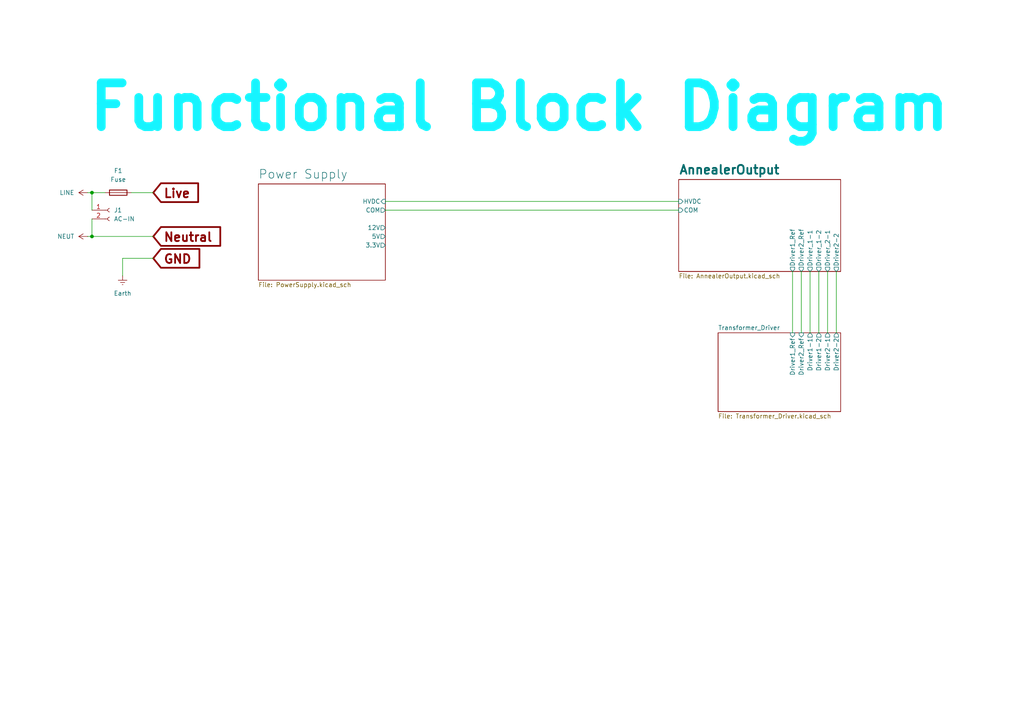
<source format=kicad_sch>
(kicad_sch
	(version 20231120)
	(generator "eeschema")
	(generator_version "8.0")
	(uuid "2e5eefbb-8035-4d3b-93bb-12eb9b3ca2e0")
	(paper "A4")
	(title_block
		(title "Terek_Favour")
		(rev "Alpha")
		(company "CoffeeBreakDesigns")
	)
	(lib_symbols
		(symbol "Connector:Conn_01x02_Socket"
			(pin_names
				(offset 1.016) hide)
			(exclude_from_sim no)
			(in_bom yes)
			(on_board yes)
			(property "Reference" "J"
				(at 0 2.54 0)
				(effects
					(font
						(size 1.27 1.27)
					)
				)
			)
			(property "Value" "Conn_01x02_Socket"
				(at 0 -5.08 0)
				(effects
					(font
						(size 1.27 1.27)
					)
				)
			)
			(property "Footprint" ""
				(at 0 0 0)
				(effects
					(font
						(size 1.27 1.27)
					)
					(hide yes)
				)
			)
			(property "Datasheet" "~"
				(at 0 0 0)
				(effects
					(font
						(size 1.27 1.27)
					)
					(hide yes)
				)
			)
			(property "Description" "Generic connector, single row, 01x02, script generated"
				(at 0 0 0)
				(effects
					(font
						(size 1.27 1.27)
					)
					(hide yes)
				)
			)
			(property "ki_locked" ""
				(at 0 0 0)
				(effects
					(font
						(size 1.27 1.27)
					)
				)
			)
			(property "ki_keywords" "connector"
				(at 0 0 0)
				(effects
					(font
						(size 1.27 1.27)
					)
					(hide yes)
				)
			)
			(property "ki_fp_filters" "Connector*:*_1x??_*"
				(at 0 0 0)
				(effects
					(font
						(size 1.27 1.27)
					)
					(hide yes)
				)
			)
			(symbol "Conn_01x02_Socket_1_1"
				(arc
					(start 0 -2.032)
					(mid -0.5058 -2.54)
					(end 0 -3.048)
					(stroke
						(width 0.1524)
						(type default)
					)
					(fill
						(type none)
					)
				)
				(polyline
					(pts
						(xy -1.27 -2.54) (xy -0.508 -2.54)
					)
					(stroke
						(width 0.1524)
						(type default)
					)
					(fill
						(type none)
					)
				)
				(polyline
					(pts
						(xy -1.27 0) (xy -0.508 0)
					)
					(stroke
						(width 0.1524)
						(type default)
					)
					(fill
						(type none)
					)
				)
				(arc
					(start 0 0.508)
					(mid -0.5058 0)
					(end 0 -0.508)
					(stroke
						(width 0.1524)
						(type default)
					)
					(fill
						(type none)
					)
				)
				(pin passive line
					(at -5.08 0 0)
					(length 3.81)
					(name "Pin_1"
						(effects
							(font
								(size 1.27 1.27)
							)
						)
					)
					(number "1"
						(effects
							(font
								(size 1.27 1.27)
							)
						)
					)
				)
				(pin passive line
					(at -5.08 -2.54 0)
					(length 3.81)
					(name "Pin_2"
						(effects
							(font
								(size 1.27 1.27)
							)
						)
					)
					(number "2"
						(effects
							(font
								(size 1.27 1.27)
							)
						)
					)
				)
			)
		)
		(symbol "Device:Fuse"
			(pin_numbers hide)
			(pin_names
				(offset 0)
			)
			(exclude_from_sim no)
			(in_bom yes)
			(on_board yes)
			(property "Reference" "F"
				(at 2.032 0 90)
				(effects
					(font
						(size 1.27 1.27)
					)
				)
			)
			(property "Value" "Fuse"
				(at -1.905 0 90)
				(effects
					(font
						(size 1.27 1.27)
					)
				)
			)
			(property "Footprint" ""
				(at -1.778 0 90)
				(effects
					(font
						(size 1.27 1.27)
					)
					(hide yes)
				)
			)
			(property "Datasheet" "~"
				(at 0 0 0)
				(effects
					(font
						(size 1.27 1.27)
					)
					(hide yes)
				)
			)
			(property "Description" "Fuse"
				(at 0 0 0)
				(effects
					(font
						(size 1.27 1.27)
					)
					(hide yes)
				)
			)
			(property "ki_keywords" "fuse"
				(at 0 0 0)
				(effects
					(font
						(size 1.27 1.27)
					)
					(hide yes)
				)
			)
			(property "ki_fp_filters" "*Fuse*"
				(at 0 0 0)
				(effects
					(font
						(size 1.27 1.27)
					)
					(hide yes)
				)
			)
			(symbol "Fuse_0_1"
				(rectangle
					(start -0.762 -2.54)
					(end 0.762 2.54)
					(stroke
						(width 0.254)
						(type default)
					)
					(fill
						(type none)
					)
				)
				(polyline
					(pts
						(xy 0 2.54) (xy 0 -2.54)
					)
					(stroke
						(width 0)
						(type default)
					)
					(fill
						(type none)
					)
				)
			)
			(symbol "Fuse_1_1"
				(pin passive line
					(at 0 3.81 270)
					(length 1.27)
					(name "~"
						(effects
							(font
								(size 1.27 1.27)
							)
						)
					)
					(number "1"
						(effects
							(font
								(size 1.27 1.27)
							)
						)
					)
				)
				(pin passive line
					(at 0 -3.81 90)
					(length 1.27)
					(name "~"
						(effects
							(font
								(size 1.27 1.27)
							)
						)
					)
					(number "2"
						(effects
							(font
								(size 1.27 1.27)
							)
						)
					)
				)
			)
		)
		(symbol "power:Earth"
			(power)
			(pin_numbers hide)
			(pin_names
				(offset 0) hide)
			(exclude_from_sim no)
			(in_bom yes)
			(on_board yes)
			(property "Reference" "#PWR"
				(at 0 -6.35 0)
				(effects
					(font
						(size 1.27 1.27)
					)
					(hide yes)
				)
			)
			(property "Value" "Earth"
				(at 0 -3.81 0)
				(effects
					(font
						(size 1.27 1.27)
					)
				)
			)
			(property "Footprint" ""
				(at 0 0 0)
				(effects
					(font
						(size 1.27 1.27)
					)
					(hide yes)
				)
			)
			(property "Datasheet" "~"
				(at 0 0 0)
				(effects
					(font
						(size 1.27 1.27)
					)
					(hide yes)
				)
			)
			(property "Description" "Power symbol creates a global label with name \"Earth\""
				(at 0 0 0)
				(effects
					(font
						(size 1.27 1.27)
					)
					(hide yes)
				)
			)
			(property "ki_keywords" "global ground gnd"
				(at 0 0 0)
				(effects
					(font
						(size 1.27 1.27)
					)
					(hide yes)
				)
			)
			(symbol "Earth_0_1"
				(polyline
					(pts
						(xy -0.635 -1.905) (xy 0.635 -1.905)
					)
					(stroke
						(width 0)
						(type default)
					)
					(fill
						(type none)
					)
				)
				(polyline
					(pts
						(xy -0.127 -2.54) (xy 0.127 -2.54)
					)
					(stroke
						(width 0)
						(type default)
					)
					(fill
						(type none)
					)
				)
				(polyline
					(pts
						(xy 0 -1.27) (xy 0 0)
					)
					(stroke
						(width 0)
						(type default)
					)
					(fill
						(type none)
					)
				)
				(polyline
					(pts
						(xy 1.27 -1.27) (xy -1.27 -1.27)
					)
					(stroke
						(width 0)
						(type default)
					)
					(fill
						(type none)
					)
				)
			)
			(symbol "Earth_1_1"
				(pin power_in line
					(at 0 0 270)
					(length 0)
					(name "~"
						(effects
							(font
								(size 1.27 1.27)
							)
						)
					)
					(number "1"
						(effects
							(font
								(size 1.27 1.27)
							)
						)
					)
				)
			)
		)
		(symbol "power:LINE"
			(power)
			(pin_numbers hide)
			(pin_names
				(offset 0) hide)
			(exclude_from_sim no)
			(in_bom yes)
			(on_board yes)
			(property "Reference" "#PWR"
				(at 0 -3.81 0)
				(effects
					(font
						(size 1.27 1.27)
					)
					(hide yes)
				)
			)
			(property "Value" "LINE"
				(at 0 3.556 0)
				(effects
					(font
						(size 1.27 1.27)
					)
				)
			)
			(property "Footprint" ""
				(at 0 0 0)
				(effects
					(font
						(size 1.27 1.27)
					)
					(hide yes)
				)
			)
			(property "Datasheet" ""
				(at 0 0 0)
				(effects
					(font
						(size 1.27 1.27)
					)
					(hide yes)
				)
			)
			(property "Description" "Power symbol creates a global label with name \"LINE\""
				(at 0 0 0)
				(effects
					(font
						(size 1.27 1.27)
					)
					(hide yes)
				)
			)
			(property "ki_keywords" "global power"
				(at 0 0 0)
				(effects
					(font
						(size 1.27 1.27)
					)
					(hide yes)
				)
			)
			(symbol "LINE_0_1"
				(polyline
					(pts
						(xy -0.762 1.27) (xy 0 2.54)
					)
					(stroke
						(width 0)
						(type default)
					)
					(fill
						(type none)
					)
				)
				(polyline
					(pts
						(xy 0 0) (xy 0 2.54)
					)
					(stroke
						(width 0)
						(type default)
					)
					(fill
						(type none)
					)
				)
				(polyline
					(pts
						(xy 0 2.54) (xy 0.762 1.27)
					)
					(stroke
						(width 0)
						(type default)
					)
					(fill
						(type none)
					)
				)
			)
			(symbol "LINE_1_1"
				(pin power_in line
					(at 0 0 90)
					(length 0)
					(name "~"
						(effects
							(font
								(size 1.27 1.27)
							)
						)
					)
					(number "1"
						(effects
							(font
								(size 1.27 1.27)
							)
						)
					)
				)
			)
		)
		(symbol "power:NEUT"
			(power)
			(pin_numbers hide)
			(pin_names
				(offset 0) hide)
			(exclude_from_sim no)
			(in_bom yes)
			(on_board yes)
			(property "Reference" "#PWR"
				(at 0 -3.81 0)
				(effects
					(font
						(size 1.27 1.27)
					)
					(hide yes)
				)
			)
			(property "Value" "NEUT"
				(at 0 3.556 0)
				(effects
					(font
						(size 1.27 1.27)
					)
				)
			)
			(property "Footprint" ""
				(at 0 0 0)
				(effects
					(font
						(size 1.27 1.27)
					)
					(hide yes)
				)
			)
			(property "Datasheet" ""
				(at 0 0 0)
				(effects
					(font
						(size 1.27 1.27)
					)
					(hide yes)
				)
			)
			(property "Description" "Power symbol creates a global label with name \"NEUT\""
				(at 0 0 0)
				(effects
					(font
						(size 1.27 1.27)
					)
					(hide yes)
				)
			)
			(property "ki_keywords" "global power"
				(at 0 0 0)
				(effects
					(font
						(size 1.27 1.27)
					)
					(hide yes)
				)
			)
			(symbol "NEUT_0_1"
				(polyline
					(pts
						(xy -0.762 1.27) (xy 0 2.54)
					)
					(stroke
						(width 0)
						(type default)
					)
					(fill
						(type none)
					)
				)
				(polyline
					(pts
						(xy 0 0) (xy 0 2.54)
					)
					(stroke
						(width 0)
						(type default)
					)
					(fill
						(type none)
					)
				)
				(polyline
					(pts
						(xy 0 2.54) (xy 0.762 1.27)
					)
					(stroke
						(width 0)
						(type default)
					)
					(fill
						(type none)
					)
				)
			)
			(symbol "NEUT_1_1"
				(pin power_in line
					(at 0 0 90)
					(length 0)
					(name "~"
						(effects
							(font
								(size 1.27 1.27)
							)
						)
					)
					(number "1"
						(effects
							(font
								(size 1.27 1.27)
							)
						)
					)
				)
			)
		)
	)
	(junction
		(at 26.67 55.88)
		(diameter 0)
		(color 0 0 0 0)
		(uuid "13fcd2e9-ec7e-47ef-97d1-db5a9f5848b5")
	)
	(junction
		(at 26.67 68.58)
		(diameter 0)
		(color 0 0 0 0)
		(uuid "4db0fe87-3a18-4351-8ea0-7c06e306babe")
	)
	(wire
		(pts
			(xy 25.4 68.58) (xy 26.67 68.58)
		)
		(stroke
			(width 0)
			(type default)
		)
		(uuid "080b817e-1864-4628-a143-1f099ceef8ac")
	)
	(wire
		(pts
			(xy 237.49 78.74) (xy 237.49 96.52)
		)
		(stroke
			(width 0)
			(type default)
		)
		(uuid "11152391-f3ab-40b7-b6c1-5bb70973f6a2")
	)
	(wire
		(pts
			(xy 26.67 55.88) (xy 26.67 60.96)
		)
		(stroke
			(width 0)
			(type default)
		)
		(uuid "3342cb1e-2f74-43f0-a2de-d2afd70306dd")
	)
	(wire
		(pts
			(xy 229.87 78.74) (xy 229.87 96.52)
		)
		(stroke
			(width 0)
			(type default)
		)
		(uuid "4e4de454-d1c4-49ce-b687-292c0efa87fa")
	)
	(wire
		(pts
			(xy 26.67 55.88) (xy 30.48 55.88)
		)
		(stroke
			(width 0)
			(type default)
		)
		(uuid "4ff19117-bd22-4277-82b8-fd158f2f0a5f")
	)
	(wire
		(pts
			(xy 38.1 55.88) (xy 44.45 55.88)
		)
		(stroke
			(width 0)
			(type default)
		)
		(uuid "5f5d0a95-ed77-48ad-ab2e-82ffaa0c9c52")
	)
	(wire
		(pts
			(xy 111.76 58.42) (xy 196.85 58.42)
		)
		(stroke
			(width 0)
			(type default)
		)
		(uuid "5fcd7b50-78e3-4c60-b0a8-79bfca8335bc")
	)
	(wire
		(pts
			(xy 232.41 78.74) (xy 232.41 96.52)
		)
		(stroke
			(width 0)
			(type default)
		)
		(uuid "70d529b6-4d59-489a-9f14-398d69766e6a")
	)
	(wire
		(pts
			(xy 234.95 78.74) (xy 234.95 96.52)
		)
		(stroke
			(width 0)
			(type default)
		)
		(uuid "92811ee9-a313-435a-a34f-ab08a80cfdba")
	)
	(wire
		(pts
			(xy 35.56 74.93) (xy 35.56 80.01)
		)
		(stroke
			(width 0)
			(type default)
		)
		(uuid "9751816f-f9e2-4a9d-92d0-c72da0c4be99")
	)
	(wire
		(pts
			(xy 44.45 74.93) (xy 35.56 74.93)
		)
		(stroke
			(width 0)
			(type default)
		)
		(uuid "a85623bc-9bff-4d89-bcb6-03c42317e2e3")
	)
	(wire
		(pts
			(xy 25.4 55.88) (xy 26.67 55.88)
		)
		(stroke
			(width 0)
			(type default)
		)
		(uuid "c19a0cba-7aad-41d7-af02-17a121c0e07f")
	)
	(wire
		(pts
			(xy 242.57 78.74) (xy 242.57 96.52)
		)
		(stroke
			(width 0)
			(type default)
		)
		(uuid "d117d220-a154-46d1-a150-ac0b51634a10")
	)
	(wire
		(pts
			(xy 111.76 60.96) (xy 196.85 60.96)
		)
		(stroke
			(width 0)
			(type default)
		)
		(uuid "d7424fd4-9ed5-4836-8c1f-44bd6b7a9caf")
	)
	(wire
		(pts
			(xy 26.67 68.58) (xy 44.45 68.58)
		)
		(stroke
			(width 0)
			(type default)
		)
		(uuid "e2ce2f3b-ae28-4ccb-8299-404acc71a402")
	)
	(wire
		(pts
			(xy 26.67 63.5) (xy 26.67 68.58)
		)
		(stroke
			(width 0)
			(type default)
		)
		(uuid "f882fc53-381e-41e2-be13-ba72d40c536f")
	)
	(wire
		(pts
			(xy 240.03 78.74) (xy 240.03 96.52)
		)
		(stroke
			(width 0)
			(type default)
		)
		(uuid "fe8ad7d7-ac32-4ea8-b6b1-be0f02bfa0ee")
	)
	(text "Functional Block Diagram"
		(exclude_from_sim no)
		(at 150.622 31.242 0)
		(effects
			(font
				(size 12.7 12.7)
				(thickness 2.54)
				(bold yes)
				(color 22 244 255 1)
			)
		)
		(uuid "5659723e-1f8b-4626-b245-504c10ecb928")
	)
	(global_label "GND"
		(shape input)
		(at 44.45 74.93 0)
		(fields_autoplaced yes)
		(effects
			(font
				(size 2.54 2.54)
				(thickness 0.508)
				(bold yes)
			)
			(justify left)
		)
		(uuid "4dd0d8aa-c4f2-450b-95c3-38368d87b9ac")
		(property "Intersheetrefs" "${INTERSHEET_REFS}"
			(at 59.1128 74.93 0)
			(effects
				(font
					(size 1.27 1.27)
				)
				(justify left)
				(hide yes)
			)
		)
	)
	(global_label "Live"
		(shape input)
		(at 44.45 55.88 0)
		(fields_autoplaced yes)
		(effects
			(font
				(size 2.54 2.54)
				(thickness 0.508)
				(bold yes)
			)
			(justify left)
		)
		(uuid "699aa21b-8444-42cc-93ac-019c86b0cc69")
		(property "Intersheetrefs" "${INTERSHEET_REFS}"
			(at 58.7498 55.88 0)
			(effects
				(font
					(size 1.27 1.27)
				)
				(justify left)
				(hide yes)
			)
		)
	)
	(global_label "Neutral"
		(shape input)
		(at 44.45 68.58 0)
		(fields_autoplaced yes)
		(effects
			(font
				(size 2.54 2.54)
				(thickness 0.508)
				(bold yes)
			)
			(justify left)
		)
		(uuid "8703ef6f-724c-4c66-ac7f-49b4c1cee939")
		(property "Intersheetrefs" "${INTERSHEET_REFS}"
			(at 65.1604 68.58 0)
			(effects
				(font
					(size 1.27 1.27)
				)
				(justify left)
				(hide yes)
			)
		)
	)
	(symbol
		(lib_id "Device:Fuse")
		(at 34.29 55.88 90)
		(unit 1)
		(exclude_from_sim no)
		(in_bom yes)
		(on_board yes)
		(dnp no)
		(fields_autoplaced yes)
		(uuid "17edd79d-1106-4bb5-ba38-824dd0b03f8c")
		(property "Reference" "F1"
			(at 34.29 49.53 90)
			(effects
				(font
					(size 1.27 1.27)
				)
			)
		)
		(property "Value" "Fuse"
			(at 34.29 52.07 90)
			(effects
				(font
					(size 1.27 1.27)
				)
			)
		)
		(property "Footprint" "Fuse:Fuseholder_Clip-5x20mm_Bel_FC-203-22_Lateral_P17.80x5.00mm_D1.17mm_Horizontal"
			(at 34.29 57.658 90)
			(effects
				(font
					(size 1.27 1.27)
				)
				(hide yes)
			)
		)
		(property "Datasheet" "~"
			(at 34.29 55.88 0)
			(effects
				(font
					(size 1.27 1.27)
				)
				(hide yes)
			)
		)
		(property "Description" "Fuse"
			(at 34.29 55.88 0)
			(effects
				(font
					(size 1.27 1.27)
				)
				(hide yes)
			)
		)
		(pin "1"
			(uuid "cc8db2c1-5c71-45f1-b33f-a800a3480e39")
		)
		(pin "2"
			(uuid "dd786ee5-3ad1-4929-baa8-491ae0398cb4")
		)
		(instances
			(project ""
				(path "/2e5eefbb-8035-4d3b-93bb-12eb9b3ca2e0"
					(reference "F1")
					(unit 1)
				)
			)
		)
	)
	(symbol
		(lib_id "Connector:Conn_01x02_Socket")
		(at 31.75 60.96 0)
		(unit 1)
		(exclude_from_sim no)
		(in_bom yes)
		(on_board yes)
		(dnp no)
		(fields_autoplaced yes)
		(uuid "240e2047-aab3-4cf6-9650-0112e755ff2c")
		(property "Reference" "J1"
			(at 33.02 60.9599 0)
			(effects
				(font
					(size 1.27 1.27)
				)
				(justify left)
			)
		)
		(property "Value" "AC-IN"
			(at 33.02 63.4999 0)
			(effects
				(font
					(size 1.27 1.27)
				)
				(justify left)
			)
		)
		(property "Footprint" "Connector_Molex:Molex_Mega-Fit_76829-0002_2x01_P5.70mm_Vertical"
			(at 31.75 60.96 0)
			(effects
				(font
					(size 1.27 1.27)
				)
				(hide yes)
			)
		)
		(property "Datasheet" "~"
			(at 31.75 60.96 0)
			(effects
				(font
					(size 1.27 1.27)
				)
				(hide yes)
			)
		)
		(property "Description" "Generic connector, single row, 01x02, script generated"
			(at 31.75 60.96 0)
			(effects
				(font
					(size 1.27 1.27)
				)
				(hide yes)
			)
		)
		(pin "2"
			(uuid "18d3cd63-d17d-469b-970f-cfdc17ba7f69")
		)
		(pin "1"
			(uuid "285651d6-ee98-4dc8-8763-21ae16a841b8")
		)
		(instances
			(project ""
				(path "/2e5eefbb-8035-4d3b-93bb-12eb9b3ca2e0"
					(reference "J1")
					(unit 1)
				)
			)
		)
	)
	(symbol
		(lib_id "power:LINE")
		(at 25.4 55.88 90)
		(unit 1)
		(exclude_from_sim no)
		(in_bom yes)
		(on_board yes)
		(dnp no)
		(fields_autoplaced yes)
		(uuid "4f04baf5-6884-4717-8a10-a88973922336")
		(property "Reference" "#PWR01"
			(at 29.21 55.88 0)
			(effects
				(font
					(size 1.27 1.27)
				)
				(hide yes)
			)
		)
		(property "Value" "LINE"
			(at 21.59 55.8799 90)
			(effects
				(font
					(size 1.27 1.27)
				)
				(justify left)
			)
		)
		(property "Footprint" ""
			(at 25.4 55.88 0)
			(effects
				(font
					(size 1.27 1.27)
				)
				(hide yes)
			)
		)
		(property "Datasheet" ""
			(at 25.4 55.88 0)
			(effects
				(font
					(size 1.27 1.27)
				)
				(hide yes)
			)
		)
		(property "Description" "Power symbol creates a global label with name \"LINE\""
			(at 25.4 55.88 0)
			(effects
				(font
					(size 1.27 1.27)
				)
				(hide yes)
			)
		)
		(pin "1"
			(uuid "a7d44147-51d5-401e-8e36-a0040089d640")
		)
		(instances
			(project ""
				(path "/2e5eefbb-8035-4d3b-93bb-12eb9b3ca2e0"
					(reference "#PWR01")
					(unit 1)
				)
			)
		)
	)
	(symbol
		(lib_id "power:NEUT")
		(at 25.4 68.58 90)
		(unit 1)
		(exclude_from_sim no)
		(in_bom yes)
		(on_board yes)
		(dnp no)
		(fields_autoplaced yes)
		(uuid "5d1b95e9-9f74-41fa-ad8f-1d01b1012369")
		(property "Reference" "#PWR02"
			(at 29.21 68.58 0)
			(effects
				(font
					(size 1.27 1.27)
				)
				(hide yes)
			)
		)
		(property "Value" "NEUT"
			(at 21.59 68.5799 90)
			(effects
				(font
					(size 1.27 1.27)
				)
				(justify left)
			)
		)
		(property "Footprint" ""
			(at 25.4 68.58 0)
			(effects
				(font
					(size 1.27 1.27)
				)
				(hide yes)
			)
		)
		(property "Datasheet" ""
			(at 25.4 68.58 0)
			(effects
				(font
					(size 1.27 1.27)
				)
				(hide yes)
			)
		)
		(property "Description" "Power symbol creates a global label with name \"NEUT\""
			(at 25.4 68.58 0)
			(effects
				(font
					(size 1.27 1.27)
				)
				(hide yes)
			)
		)
		(pin "1"
			(uuid "4307af1d-a4d1-4d1b-8104-b2750fecac42")
		)
		(instances
			(project ""
				(path "/2e5eefbb-8035-4d3b-93bb-12eb9b3ca2e0"
					(reference "#PWR02")
					(unit 1)
				)
			)
		)
	)
	(symbol
		(lib_id "power:Earth")
		(at 35.56 80.01 0)
		(unit 1)
		(exclude_from_sim no)
		(in_bom yes)
		(on_board yes)
		(dnp no)
		(fields_autoplaced yes)
		(uuid "abbbe79d-a66d-442e-bada-897dd498f5af")
		(property "Reference" "#PWR03"
			(at 35.56 86.36 0)
			(effects
				(font
					(size 1.27 1.27)
				)
				(hide yes)
			)
		)
		(property "Value" "Earth"
			(at 35.56 85.09 0)
			(effects
				(font
					(size 1.27 1.27)
				)
			)
		)
		(property "Footprint" ""
			(at 35.56 80.01 0)
			(effects
				(font
					(size 1.27 1.27)
				)
				(hide yes)
			)
		)
		(property "Datasheet" "~"
			(at 35.56 80.01 0)
			(effects
				(font
					(size 1.27 1.27)
				)
				(hide yes)
			)
		)
		(property "Description" "Power symbol creates a global label with name \"Earth\""
			(at 35.56 80.01 0)
			(effects
				(font
					(size 1.27 1.27)
				)
				(hide yes)
			)
		)
		(pin "1"
			(uuid "616073c3-4791-4fd3-8e7e-dbc93068e368")
		)
		(instances
			(project ""
				(path "/2e5eefbb-8035-4d3b-93bb-12eb9b3ca2e0"
					(reference "#PWR03")
					(unit 1)
				)
			)
		)
	)
	(sheet
		(at 74.93 53.34)
		(size 36.83 27.94)
		(fields_autoplaced yes)
		(stroke
			(width 0.1524)
			(type solid)
		)
		(fill
			(color 0 0 0 0.0000)
		)
		(uuid "179fea2b-aa83-4162-87ab-818d00ff6dcf")
		(property "Sheetname" "Power Supply"
			(at 74.93 51.9934 0)
			(effects
				(font
					(size 2.54 2.54)
				)
				(justify left bottom)
			)
		)
		(property "Sheetfile" "PowerSupply.kicad_sch"
			(at 74.93 81.8646 0)
			(effects
				(font
					(size 1.27 1.27)
				)
				(justify left top)
			)
		)
		(pin "HVDC" input
			(at 111.76 58.42 0)
			(effects
				(font
					(size 1.27 1.27)
				)
				(justify right)
			)
			(uuid "8fe40581-e18a-4e83-8df8-2959d0c8f78f")
		)
		(pin "12V" output
			(at 111.76 66.04 0)
			(effects
				(font
					(size 1.27 1.27)
				)
				(justify right)
			)
			(uuid "081eccad-3175-4afb-a497-4a5190c7cc48")
		)
		(pin "5V" output
			(at 111.76 68.58 0)
			(effects
				(font
					(size 1.27 1.27)
				)
				(justify right)
			)
			(uuid "0e23111c-08a5-4a94-9ddc-374328b8a8fe")
		)
		(pin "3.3V" output
			(at 111.76 71.12 0)
			(effects
				(font
					(size 1.27 1.27)
				)
				(justify right)
			)
			(uuid "8fae288b-1b47-42bd-b6cc-218637a6efe6")
		)
		(pin "COM" output
			(at 111.76 60.96 0)
			(effects
				(font
					(size 1.27 1.27)
				)
				(justify right)
			)
			(uuid "8307838e-f003-4b6a-84b8-53865a54755c")
		)
		(instances
			(project "AutoAnnealer"
				(path "/2e5eefbb-8035-4d3b-93bb-12eb9b3ca2e0"
					(page "2")
				)
			)
		)
	)
	(sheet
		(at 196.85 52.07)
		(size 46.99 26.67)
		(fields_autoplaced yes)
		(stroke
			(width 0.1524)
			(type solid)
		)
		(fill
			(color 0 0 0 0.0000)
		)
		(uuid "aff4acee-0aad-486d-a94c-feced609e497")
		(property "Sheetname" "AnnealerOutput"
			(at 196.85 50.7234 0)
			(effects
				(font
					(size 2.54 2.54)
					(thickness 0.508)
					(bold yes)
				)
				(justify left bottom)
			)
		)
		(property "Sheetfile" "AnnealerOutput.kicad_sch"
			(at 196.85 79.3246 0)
			(effects
				(font
					(size 1.27 1.27)
				)
				(justify left top)
			)
		)
		(pin "Driver2_Ref" output
			(at 232.41 78.74 270)
			(effects
				(font
					(size 1.27 1.27)
				)
				(justify left)
			)
			(uuid "424e35ba-f9e4-4867-9a37-da9c088686e1")
		)
		(pin "COM" input
			(at 196.85 60.96 180)
			(effects
				(font
					(size 1.27 1.27)
				)
				(justify left)
			)
			(uuid "cc223a49-1204-406b-8ef8-c6eca55c4d51")
		)
		(pin "HVDC" input
			(at 196.85 58.42 180)
			(effects
				(font
					(size 1.27 1.27)
				)
				(justify left)
			)
			(uuid "3d57caf6-61d5-4699-98c8-59046e4114f7")
		)
		(pin "Driver1_Ref" output
			(at 229.87 78.74 270)
			(effects
				(font
					(size 1.27 1.27)
				)
				(justify left)
			)
			(uuid "a475303a-2a4c-4874-ad84-86336a0a4d62")
		)
		(pin "Driver_1-1" output
			(at 234.95 78.74 270)
			(effects
				(font
					(size 1.27 1.27)
				)
				(justify left)
			)
			(uuid "8661f43b-9914-4fff-b01a-1c60c6a2e095")
		)
		(pin "Driver_1-2" output
			(at 237.49 78.74 270)
			(effects
				(font
					(size 1.27 1.27)
				)
				(justify left)
			)
			(uuid "c2f251c4-0bb8-48b6-8013-f4b2fc12f875")
		)
		(pin "Driver_2-1" output
			(at 240.03 78.74 270)
			(effects
				(font
					(size 1.27 1.27)
				)
				(justify left)
			)
			(uuid "cafd1f13-10b4-41d8-a5af-98d0a1412ca6")
		)
		(pin "Driver2-2" output
			(at 242.57 78.74 270)
			(effects
				(font
					(size 1.27 1.27)
				)
				(justify left)
			)
			(uuid "11316fcc-0680-4837-91b6-c475cbcf6ec7")
		)
		(instances
			(project "AutoAnnealer"
				(path "/2e5eefbb-8035-4d3b-93bb-12eb9b3ca2e0"
					(page "3")
				)
			)
		)
	)
	(sheet
		(at 208.28 96.52)
		(size 35.56 22.86)
		(fields_autoplaced yes)
		(stroke
			(width 0.1524)
			(type solid)
		)
		(fill
			(color 0 0 0 0.0000)
		)
		(uuid "f6ef3cf3-5295-4c53-8ce4-d1a90f3cbd88")
		(property "Sheetname" "Transformer_Driver"
			(at 208.28 95.8084 0)
			(effects
				(font
					(size 1.27 1.27)
				)
				(justify left bottom)
			)
		)
		(property "Sheetfile" "Transformer_Driver.kicad_sch"
			(at 208.28 119.9646 0)
			(effects
				(font
					(size 1.27 1.27)
				)
				(justify left top)
			)
		)
		(pin "Driver2-2" output
			(at 242.57 96.52 90)
			(effects
				(font
					(size 1.27 1.27)
				)
				(justify right)
			)
			(uuid "e8897752-0766-47e9-abdf-7852f538b0de")
		)
		(pin "Driver1-1" output
			(at 234.95 96.52 90)
			(effects
				(font
					(size 1.27 1.27)
				)
				(justify right)
			)
			(uuid "418729fa-792a-4a40-9f76-c74c3fa9b20d")
		)
		(pin "Driver1-2" output
			(at 237.49 96.52 90)
			(effects
				(font
					(size 1.27 1.27)
				)
				(justify right)
			)
			(uuid "8eedbc81-c3e1-467b-95fe-57a23d5d520f")
		)
		(pin "Driver2-1" output
			(at 240.03 96.52 90)
			(effects
				(font
					(size 1.27 1.27)
				)
				(justify right)
			)
			(uuid "f2eb85ba-3538-444c-9b15-74bf1751b287")
		)
		(pin "Driver1_Ref" input
			(at 229.87 96.52 90)
			(effects
				(font
					(size 1.27 1.27)
				)
				(justify right)
			)
			(uuid "35144824-ef8f-4ecd-82ab-e6ce939ae5bc")
		)
		(pin "Driver2_Ref" input
			(at 232.41 96.52 90)
			(effects
				(font
					(size 1.27 1.27)
				)
				(justify right)
			)
			(uuid "824aa5d8-0f42-40bc-b21a-6b6aa58b19e9")
		)
		(instances
			(project "AutoAnnealer"
				(path "/2e5eefbb-8035-4d3b-93bb-12eb9b3ca2e0"
					(page "4")
				)
			)
		)
	)
	(sheet_instances
		(path "/"
			(page "1")
		)
	)
)

</source>
